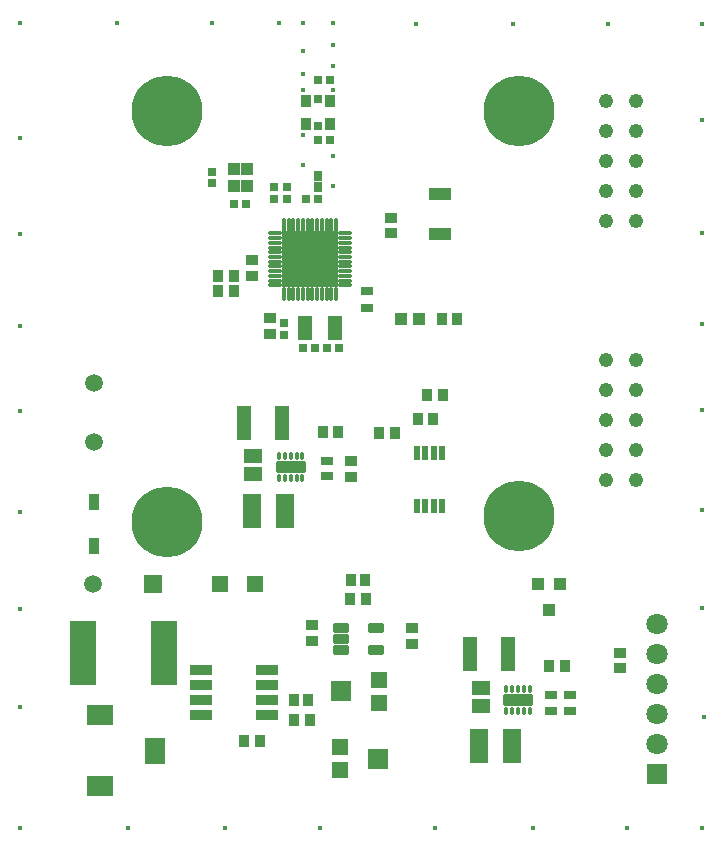
<source format=gts>
G04*
G04 #@! TF.GenerationSoftware,Altium Limited,Altium Designer,19.1.8 (144)*
G04*
G04 Layer_Color=8388736*
%FSLAX25Y25*%
%MOIN*%
G70*
G01*
G75*
%ADD54R,0.03753X0.03950*%
%ADD55R,0.02769X0.03084*%
%ADD56R,0.02769X0.03359*%
%ADD57R,0.03162X0.02769*%
G04:AMPARAMS|DCode=58|XSize=41.07mil|YSize=102.49mil|CornerRadius=5.98mil|HoleSize=0mil|Usage=FLASHONLY|Rotation=90.000|XOffset=0mil|YOffset=0mil|HoleType=Round|Shape=RoundedRectangle|*
%AMROUNDEDRECTD58*
21,1,0.04107,0.09052,0,0,90.0*
21,1,0.02910,0.10249,0,0,90.0*
1,1,0.01197,0.04526,0.01455*
1,1,0.01197,0.04526,-0.01455*
1,1,0.01197,-0.04526,-0.01455*
1,1,0.01197,-0.04526,0.01455*
%
%ADD58ROUNDEDRECTD58*%
G04:AMPARAMS|DCode=59|XSize=13.84mil|YSize=23.68mil|CornerRadius=3.97mil|HoleSize=0mil|Usage=FLASHONLY|Rotation=180.000|XOffset=0mil|YOffset=0mil|HoleType=Round|Shape=RoundedRectangle|*
%AMROUNDEDRECTD59*
21,1,0.01384,0.01575,0,0,180.0*
21,1,0.00591,0.02368,0,0,180.0*
1,1,0.00794,-0.00295,0.00787*
1,1,0.00794,0.00295,0.00787*
1,1,0.00794,0.00295,-0.00787*
1,1,0.00794,-0.00295,-0.00787*
%
%ADD59ROUNDEDRECTD59*%
G04:AMPARAMS|DCode=60|XSize=37.07mil|YSize=98.49mil|CornerRadius=3.98mil|HoleSize=0mil|Usage=FLASHONLY|Rotation=90.000|XOffset=0mil|YOffset=0mil|HoleType=Round|Shape=RoundedRectangle|*
%AMROUNDEDRECTD60*
21,1,0.03707,0.09052,0,0,90.0*
21,1,0.02910,0.09849,0,0,90.0*
1,1,0.00797,0.04526,0.01455*
1,1,0.00797,0.04526,-0.01455*
1,1,0.00797,-0.04526,-0.01455*
1,1,0.00797,-0.04526,0.01455*
%
%ADD60ROUNDEDRECTD60*%
%ADD61R,0.04147X0.03753*%
%ADD62R,0.03556X0.04147*%
%ADD63R,0.03950X0.03162*%
%ADD64R,0.03556X0.04343*%
%ADD65R,0.04343X0.03556*%
%ADD66R,0.02769X0.03162*%
%ADD67R,0.03753X0.03950*%
%ADD68R,0.03950X0.03753*%
%ADD69R,0.07493X0.03950*%
%ADD70R,0.02368X0.04928*%
%ADD71R,0.03753X0.04147*%
%ADD72R,0.03950X0.04343*%
%ADD73R,0.03950X0.03950*%
%ADD74R,0.04147X0.02572*%
%ADD75R,0.03871X0.04265*%
%ADD76R,0.04737X0.07887*%
%ADD77O,0.01587X0.04540*%
%ADD78O,0.04540X0.01587*%
%ADD79R,0.18910X0.18910*%
%ADD80R,0.06115X0.04934*%
%ADD81R,0.04540X0.11430*%
%ADD82R,0.06312X0.11430*%
%ADD83R,0.03556X0.05524*%
%ADD84R,0.08674X0.21666*%
G04:AMPARAMS|DCode=85|XSize=33.59mil|YSize=55.24mil|CornerRadius=5.92mil|HoleSize=0mil|Usage=FLASHONLY|Rotation=90.000|XOffset=0mil|YOffset=0mil|HoleType=Round|Shape=RoundedRectangle|*
%AMROUNDEDRECTD85*
21,1,0.03359,0.04341,0,0,90.0*
21,1,0.02175,0.05524,0,0,90.0*
1,1,0.01184,0.02170,0.01088*
1,1,0.01184,0.02170,-0.01088*
1,1,0.01184,-0.02170,-0.01088*
1,1,0.01184,-0.02170,0.01088*
%
%ADD85ROUNDEDRECTD85*%
%ADD86R,0.05524X0.05524*%
%ADD87R,0.06706X0.07099*%
%ADD88R,0.05721X0.05603*%
%ADD89R,0.07690X0.03359*%
%ADD90C,0.04816*%
%ADD91C,0.23622*%
%ADD92C,0.23622*%
%ADD93R,0.06706X0.09068*%
%ADD94R,0.09068X0.06706*%
%ADD95C,0.07099*%
%ADD96R,0.07099X0.07099*%
%ADD97C,0.05918*%
%ADD98R,0.05918X0.05918*%
%ADD99C,0.01700*%
%ADD100C,0.02769*%
D54*
X99465Y246802D02*
D03*
X107535D02*
D03*
X99465Y239321D02*
D03*
X107535D02*
D03*
D55*
X103500Y247628D02*
D03*
Y238494D02*
D03*
D56*
X103535Y218270D02*
D03*
Y222010D02*
D03*
D57*
X106417Y164500D02*
D03*
X110354D02*
D03*
X102354D02*
D03*
X98417D02*
D03*
X99528Y214124D02*
D03*
X103465D02*
D03*
X107468Y233800D02*
D03*
X103532D02*
D03*
X79408Y212500D02*
D03*
X75471D02*
D03*
X103545Y253796D02*
D03*
X107482D02*
D03*
D58*
X170000Y47240D02*
D03*
D59*
X166063Y50980D02*
D03*
X168032D02*
D03*
X170000D02*
D03*
X171968D02*
D03*
X173937D02*
D03*
Y43500D02*
D03*
X171968D02*
D03*
X170000D02*
D03*
X168032D02*
D03*
X166063D02*
D03*
X90363Y121060D02*
D03*
X92331D02*
D03*
X94300D02*
D03*
X96268D02*
D03*
X98237D02*
D03*
Y128540D02*
D03*
X96268D02*
D03*
X94300D02*
D03*
X92331D02*
D03*
X90363D02*
D03*
D60*
X94300Y124800D02*
D03*
D61*
X204000Y58039D02*
D03*
Y62961D02*
D03*
X127600Y202741D02*
D03*
Y207859D02*
D03*
D62*
X119161Y87200D02*
D03*
X114239D02*
D03*
X95239Y47200D02*
D03*
X100161D02*
D03*
X144754Y174269D02*
D03*
X149676D02*
D03*
D63*
X181000Y43685D02*
D03*
Y48803D02*
D03*
X187500Y43685D02*
D03*
Y48803D02*
D03*
X106300Y126859D02*
D03*
Y121741D02*
D03*
D64*
X129103Y136300D02*
D03*
X123591D02*
D03*
D65*
X114300Y121544D02*
D03*
Y127056D02*
D03*
D66*
X68200Y223369D02*
D03*
Y219431D02*
D03*
X92100Y172900D02*
D03*
Y168963D02*
D03*
X88900Y214131D02*
D03*
Y218069D02*
D03*
X93235Y214135D02*
D03*
Y218072D02*
D03*
D67*
X75300Y188600D02*
D03*
X69985D02*
D03*
Y183400D02*
D03*
X75300D02*
D03*
X119457Y80900D02*
D03*
X114143D02*
D03*
X100600Y40600D02*
D03*
X95285D02*
D03*
X78742Y33400D02*
D03*
X84057D02*
D03*
D68*
X87400Y169285D02*
D03*
Y174600D02*
D03*
X81300Y188643D02*
D03*
Y193957D02*
D03*
X101500Y72158D02*
D03*
Y66843D02*
D03*
X134800Y65943D02*
D03*
Y71258D02*
D03*
D69*
X144000Y215993D02*
D03*
Y202607D02*
D03*
D70*
X144814Y129706D02*
D03*
X141959D02*
D03*
X139105D02*
D03*
X136251D02*
D03*
X144814Y111989D02*
D03*
X141959D02*
D03*
X139105D02*
D03*
X136251D02*
D03*
D71*
X144918Y148800D02*
D03*
X139800D02*
D03*
X141859Y140800D02*
D03*
X136741D02*
D03*
X104941Y136700D02*
D03*
X110059D02*
D03*
X180500Y58500D02*
D03*
X185618D02*
D03*
D72*
X180400Y77069D02*
D03*
X176660Y85731D02*
D03*
X184140D02*
D03*
D73*
X137022Y174269D02*
D03*
X131116D02*
D03*
D74*
X119700Y183653D02*
D03*
Y177747D02*
D03*
D75*
X75376Y218585D02*
D03*
Y224215D02*
D03*
X79824Y218585D02*
D03*
Y224215D02*
D03*
D76*
X99200Y171200D02*
D03*
X109043D02*
D03*
D77*
X92073Y182490D02*
D03*
X93648D02*
D03*
X95223D02*
D03*
X96798D02*
D03*
X98372D02*
D03*
X99947D02*
D03*
X101522D02*
D03*
X103097D02*
D03*
X104672D02*
D03*
X106246D02*
D03*
X107821D02*
D03*
X109396D02*
D03*
Y205718D02*
D03*
X107821D02*
D03*
X106246D02*
D03*
X104672D02*
D03*
X103097D02*
D03*
X101522D02*
D03*
X99947D02*
D03*
X98372D02*
D03*
X96798D02*
D03*
X95223D02*
D03*
X93648D02*
D03*
X92073D02*
D03*
D78*
X112349Y185442D02*
D03*
Y187017D02*
D03*
Y188592D02*
D03*
Y190167D02*
D03*
Y191742D02*
D03*
Y193316D02*
D03*
Y194891D02*
D03*
Y196466D02*
D03*
Y198041D02*
D03*
Y199616D02*
D03*
Y201191D02*
D03*
Y202765D02*
D03*
X89121D02*
D03*
Y201191D02*
D03*
Y199616D02*
D03*
Y198041D02*
D03*
Y196466D02*
D03*
Y194891D02*
D03*
Y193316D02*
D03*
Y191742D02*
D03*
Y190167D02*
D03*
Y188592D02*
D03*
Y187017D02*
D03*
Y185442D02*
D03*
D79*
X100735Y194104D02*
D03*
D80*
X81700Y128553D02*
D03*
Y122647D02*
D03*
X157600Y51253D02*
D03*
Y45347D02*
D03*
D81*
X91398Y139500D02*
D03*
X78602D02*
D03*
X166898Y62500D02*
D03*
X154102D02*
D03*
D82*
X81473Y110300D02*
D03*
X92300D02*
D03*
X157173Y32000D02*
D03*
X168000D02*
D03*
D83*
X28600Y113284D02*
D03*
Y98716D02*
D03*
D84*
X24917Y63000D02*
D03*
X52083D02*
D03*
D85*
X122607Y71240D02*
D03*
Y63760D02*
D03*
X110993D02*
D03*
Y67500D02*
D03*
Y71240D02*
D03*
D86*
X123787Y46163D02*
D03*
Y54037D02*
D03*
X110713Y31637D02*
D03*
Y23763D02*
D03*
D87*
X110991Y50100D02*
D03*
X123509Y27700D02*
D03*
D88*
X82507Y85800D02*
D03*
X70893D02*
D03*
D89*
X86324Y42200D02*
D03*
Y47200D02*
D03*
Y52200D02*
D03*
Y57200D02*
D03*
X64276Y42200D02*
D03*
Y47200D02*
D03*
Y52200D02*
D03*
Y57200D02*
D03*
D90*
X199500Y160500D02*
D03*
X209500D02*
D03*
X199500Y150500D02*
D03*
X209500D02*
D03*
X199500Y140500D02*
D03*
X209500D02*
D03*
X199500Y130500D02*
D03*
X209500D02*
D03*
X199500Y120500D02*
D03*
X209500D02*
D03*
X199500Y247000D02*
D03*
X209500D02*
D03*
X199500Y237000D02*
D03*
X209500D02*
D03*
X199500Y227000D02*
D03*
X209500D02*
D03*
X199500Y217000D02*
D03*
X209500D02*
D03*
X199500Y207000D02*
D03*
X209500D02*
D03*
D91*
X170500Y108500D02*
D03*
Y243500D02*
D03*
X53000Y106500D02*
D03*
D92*
Y243500D02*
D03*
D93*
X49216Y30279D02*
D03*
D94*
X30713Y18469D02*
D03*
Y42091D02*
D03*
D95*
X216500Y52500D02*
D03*
Y32500D02*
D03*
Y42500D02*
D03*
Y62500D02*
D03*
Y72500D02*
D03*
D96*
Y22500D02*
D03*
D97*
X28650Y152835D02*
D03*
Y133150D02*
D03*
X28461Y86000D02*
D03*
D98*
X48539D02*
D03*
D99*
X104000Y4500D02*
D03*
X72500D02*
D03*
X40000D02*
D03*
X206500D02*
D03*
X175000D02*
D03*
X142500D02*
D03*
X200000Y272500D02*
D03*
X168500D02*
D03*
X136000D02*
D03*
X231500D02*
D03*
Y240500D02*
D03*
Y203000D02*
D03*
Y172500D02*
D03*
Y144000D02*
D03*
Y110500D02*
D03*
Y78000D02*
D03*
X232000Y41500D02*
D03*
X231500Y4500D02*
D03*
X4000D02*
D03*
Y45000D02*
D03*
Y77500D02*
D03*
Y110000D02*
D03*
Y143500D02*
D03*
Y172000D02*
D03*
Y202500D02*
D03*
Y234500D02*
D03*
Y273000D02*
D03*
X36500D02*
D03*
X68000D02*
D03*
X98500Y250500D02*
D03*
X108500Y218500D02*
D03*
Y250500D02*
D03*
X98500Y235500D02*
D03*
X108500Y228500D02*
D03*
X98500Y225500D02*
D03*
Y256000D02*
D03*
X108500Y258500D02*
D03*
X98500Y263500D02*
D03*
X108500Y265500D02*
D03*
Y273000D02*
D03*
X98500D02*
D03*
X90500D02*
D03*
D100*
X94239Y187608D02*
D03*
Y191939D02*
D03*
Y196269D02*
D03*
Y200600D02*
D03*
X98569Y187608D02*
D03*
Y191939D02*
D03*
Y196269D02*
D03*
Y200600D02*
D03*
X102900Y187608D02*
D03*
Y191939D02*
D03*
Y196269D02*
D03*
Y200600D02*
D03*
X107231Y187608D02*
D03*
Y191939D02*
D03*
Y196269D02*
D03*
Y200600D02*
D03*
M02*

</source>
